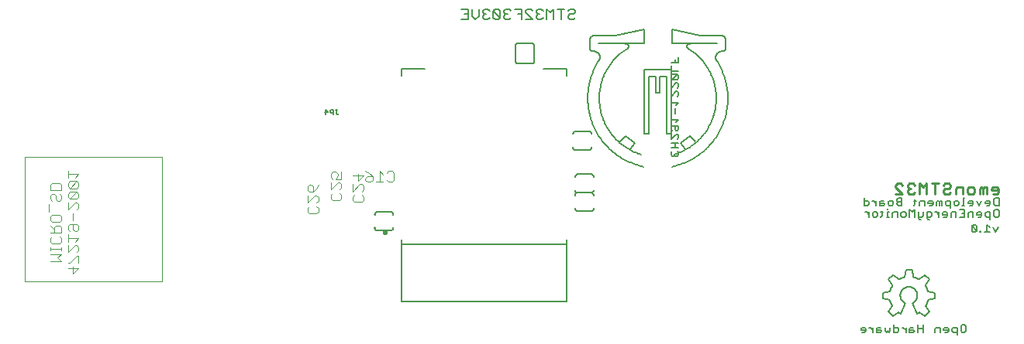
<source format=gbr>
G04 EAGLE Gerber RS-274X export*
G75*
%MOMM*%
%FSLAX34Y34*%
%LPD*%
%INSilkscreen Bottom*%
%IPPOS*%
%AMOC8*
5,1,8,0,0,1.08239X$1,22.5*%
G01*
%ADD10C,0.203200*%
%ADD11C,0.279400*%
%ADD12C,0.152400*%
%ADD13C,0.127000*%
%ADD14C,0.300000*%
%ADD15C,0.101600*%
%ADD16C,0.200000*%
%ADD17C,0.100000*%


D10*
X1144547Y299651D02*
X1147258Y299651D01*
X1148614Y298295D01*
X1148614Y292872D01*
X1147258Y291516D01*
X1144547Y291516D01*
X1143191Y292872D01*
X1143191Y298295D01*
X1144547Y299651D01*
X1139259Y296939D02*
X1139259Y288804D01*
X1139259Y296939D02*
X1135191Y296939D01*
X1133836Y295583D01*
X1133836Y292872D01*
X1135191Y291516D01*
X1139259Y291516D01*
X1128548Y291516D02*
X1125836Y291516D01*
X1128548Y291516D02*
X1129904Y292872D01*
X1129904Y295583D01*
X1128548Y296939D01*
X1125836Y296939D01*
X1124480Y295583D01*
X1124480Y294228D01*
X1129904Y294228D01*
X1120548Y296939D02*
X1120548Y291516D01*
X1120548Y296939D02*
X1116481Y296939D01*
X1115125Y295583D01*
X1115125Y291516D01*
X1111193Y299651D02*
X1105770Y299651D01*
X1111193Y299651D02*
X1111193Y291516D01*
X1105770Y291516D01*
X1108482Y295583D02*
X1111193Y295583D01*
X1101838Y296939D02*
X1101838Y291516D01*
X1101838Y296939D02*
X1097771Y296939D01*
X1096415Y295583D01*
X1096415Y291516D01*
X1091127Y291516D02*
X1088415Y291516D01*
X1091127Y291516D02*
X1092483Y292872D01*
X1092483Y295583D01*
X1091127Y296939D01*
X1088415Y296939D01*
X1087060Y295583D01*
X1087060Y294228D01*
X1092483Y294228D01*
X1083128Y296939D02*
X1083128Y291516D01*
X1083128Y294228D02*
X1080416Y296939D01*
X1079060Y296939D01*
X1072620Y288804D02*
X1071264Y288804D01*
X1069908Y290160D01*
X1069908Y296939D01*
X1073976Y296939D01*
X1075332Y295583D01*
X1075332Y292872D01*
X1073976Y291516D01*
X1069908Y291516D01*
X1065977Y292872D02*
X1065977Y296939D01*
X1065977Y292872D02*
X1064621Y291516D01*
X1060553Y291516D01*
X1060553Y290160D02*
X1060553Y296939D01*
X1060553Y290160D02*
X1061909Y288804D01*
X1063265Y288804D01*
X1056621Y291516D02*
X1056621Y299651D01*
X1053910Y296939D01*
X1051198Y299651D01*
X1051198Y291516D01*
X1045910Y291516D02*
X1043199Y291516D01*
X1041843Y292872D01*
X1041843Y295583D01*
X1043199Y296939D01*
X1045910Y296939D01*
X1047266Y295583D01*
X1047266Y292872D01*
X1045910Y291516D01*
X1037911Y291516D02*
X1037911Y296939D01*
X1033844Y296939D01*
X1032488Y295583D01*
X1032488Y291516D01*
X1028556Y296939D02*
X1027200Y296939D01*
X1027200Y291516D01*
X1028556Y291516D02*
X1025844Y291516D01*
X1027200Y299651D02*
X1027200Y301007D01*
X1020963Y298295D02*
X1020963Y292872D01*
X1019607Y291516D01*
X1019607Y296939D02*
X1022319Y296939D01*
X1014726Y291516D02*
X1012015Y291516D01*
X1010659Y292872D01*
X1010659Y295583D01*
X1012015Y296939D01*
X1014726Y296939D01*
X1016082Y295583D01*
X1016082Y292872D01*
X1014726Y291516D01*
X1006727Y291516D02*
X1006727Y296939D01*
X1006727Y294228D02*
X1004015Y296939D01*
X1002660Y296939D01*
X1148614Y304016D02*
X1148614Y312151D01*
X1148614Y304016D02*
X1144547Y304016D01*
X1143191Y305372D01*
X1143191Y310795D01*
X1144547Y312151D01*
X1148614Y312151D01*
X1137903Y304016D02*
X1135191Y304016D01*
X1137903Y304016D02*
X1139259Y305372D01*
X1139259Y308083D01*
X1137903Y309439D01*
X1135191Y309439D01*
X1133836Y308083D01*
X1133836Y306728D01*
X1139259Y306728D01*
X1129904Y309439D02*
X1127192Y304016D01*
X1124480Y309439D01*
X1119193Y304016D02*
X1116481Y304016D01*
X1119193Y304016D02*
X1120548Y305372D01*
X1120548Y308083D01*
X1119193Y309439D01*
X1116481Y309439D01*
X1115125Y308083D01*
X1115125Y306728D01*
X1120548Y306728D01*
X1111193Y312151D02*
X1109837Y312151D01*
X1109837Y304016D01*
X1108482Y304016D02*
X1111193Y304016D01*
X1103601Y304016D02*
X1100889Y304016D01*
X1099533Y305372D01*
X1099533Y308083D01*
X1100889Y309439D01*
X1103601Y309439D01*
X1104956Y308083D01*
X1104956Y305372D01*
X1103601Y304016D01*
X1095601Y301304D02*
X1095601Y309439D01*
X1091534Y309439D01*
X1090178Y308083D01*
X1090178Y305372D01*
X1091534Y304016D01*
X1095601Y304016D01*
X1086246Y304016D02*
X1086246Y309439D01*
X1084890Y309439D01*
X1083534Y308083D01*
X1083534Y304016D01*
X1083534Y308083D02*
X1082179Y309439D01*
X1080823Y308083D01*
X1080823Y304016D01*
X1075535Y304016D02*
X1072823Y304016D01*
X1075535Y304016D02*
X1076891Y305372D01*
X1076891Y308083D01*
X1075535Y309439D01*
X1072823Y309439D01*
X1071468Y308083D01*
X1071468Y306728D01*
X1076891Y306728D01*
X1067536Y309439D02*
X1067536Y304016D01*
X1067536Y309439D02*
X1063468Y309439D01*
X1062112Y308083D01*
X1062112Y304016D01*
X1056825Y305372D02*
X1056825Y310795D01*
X1056825Y305372D02*
X1055469Y304016D01*
X1055469Y309439D02*
X1058181Y309439D01*
X1042589Y312151D02*
X1042589Y304016D01*
X1042589Y312151D02*
X1038521Y312151D01*
X1037165Y310795D01*
X1037165Y309439D01*
X1038521Y308083D01*
X1037165Y306728D01*
X1037165Y305372D01*
X1038521Y304016D01*
X1042589Y304016D01*
X1042589Y308083D02*
X1038521Y308083D01*
X1031878Y304016D02*
X1029166Y304016D01*
X1027810Y305372D01*
X1027810Y308083D01*
X1029166Y309439D01*
X1031878Y309439D01*
X1033233Y308083D01*
X1033233Y305372D01*
X1031878Y304016D01*
X1022522Y309439D02*
X1019811Y309439D01*
X1018455Y308083D01*
X1018455Y304016D01*
X1022522Y304016D01*
X1023878Y305372D01*
X1022522Y306728D01*
X1018455Y306728D01*
X1014523Y309439D02*
X1014523Y304016D01*
X1014523Y306728D02*
X1011811Y309439D01*
X1010456Y309439D01*
X1001304Y312151D02*
X1001304Y304016D01*
X1005371Y304016D01*
X1006727Y305372D01*
X1006727Y308083D01*
X1005371Y309439D01*
X1001304Y309439D01*
D11*
X1142513Y316897D02*
X1146326Y316897D01*
X1148233Y318804D01*
X1148233Y322617D01*
X1146326Y324524D01*
X1142513Y324524D01*
X1140607Y322617D01*
X1140607Y320710D01*
X1148233Y320710D01*
X1135136Y316897D02*
X1135136Y324524D01*
X1133229Y324524D01*
X1131323Y322617D01*
X1131323Y316897D01*
X1131323Y322617D02*
X1129416Y324524D01*
X1127509Y322617D01*
X1127509Y316897D01*
X1120132Y316897D02*
X1116319Y316897D01*
X1114412Y318804D01*
X1114412Y322617D01*
X1116319Y324524D01*
X1120132Y324524D01*
X1122039Y322617D01*
X1122039Y318804D01*
X1120132Y316897D01*
X1108941Y316897D02*
X1108941Y324524D01*
X1103221Y324524D01*
X1101315Y322617D01*
X1101315Y316897D01*
X1090124Y328337D02*
X1088218Y326430D01*
X1090124Y328337D02*
X1093937Y328337D01*
X1095844Y326430D01*
X1095844Y324524D01*
X1093937Y322617D01*
X1090124Y322617D01*
X1088218Y320710D01*
X1088218Y318804D01*
X1090124Y316897D01*
X1093937Y316897D01*
X1095844Y318804D01*
X1078934Y316897D02*
X1078934Y328337D01*
X1082747Y328337D02*
X1075120Y328337D01*
X1069650Y328337D02*
X1069650Y316897D01*
X1065836Y324524D02*
X1069650Y328337D01*
X1065836Y324524D02*
X1062023Y328337D01*
X1062023Y316897D01*
X1056552Y326430D02*
X1054646Y328337D01*
X1050832Y328337D01*
X1048926Y326430D01*
X1048926Y324524D01*
X1050832Y322617D01*
X1052739Y322617D01*
X1050832Y322617D02*
X1048926Y320710D01*
X1048926Y318804D01*
X1050832Y316897D01*
X1054646Y316897D01*
X1056552Y318804D01*
X1043455Y316897D02*
X1035829Y316897D01*
X1043455Y316897D02*
X1035829Y324524D01*
X1035829Y326430D01*
X1037735Y328337D01*
X1041548Y328337D01*
X1043455Y326430D01*
D10*
X1145082Y275112D02*
X1147794Y280535D01*
X1142371Y280535D02*
X1145082Y275112D01*
X1138439Y280535D02*
X1135727Y283247D01*
X1135727Y275112D01*
X1133016Y275112D02*
X1138439Y275112D01*
X1129084Y275112D02*
X1129084Y276468D01*
X1127728Y276468D01*
X1127728Y275112D01*
X1129084Y275112D01*
X1124406Y276468D02*
X1124406Y281891D01*
X1123050Y283247D01*
X1120339Y283247D01*
X1118983Y281891D01*
X1118983Y276468D01*
X1120339Y275112D01*
X1123050Y275112D01*
X1124406Y276468D01*
X1118983Y281891D01*
X1111160Y173314D02*
X1108448Y173314D01*
X1111160Y173314D02*
X1112516Y171958D01*
X1112516Y166535D01*
X1111160Y165179D01*
X1108448Y165179D01*
X1107092Y166535D01*
X1107092Y171958D01*
X1108448Y173314D01*
X1103160Y170602D02*
X1103160Y162467D01*
X1103160Y170602D02*
X1099093Y170602D01*
X1097737Y169246D01*
X1097737Y166535D01*
X1099093Y165179D01*
X1103160Y165179D01*
X1092449Y165179D02*
X1089738Y165179D01*
X1092449Y165179D02*
X1093805Y166535D01*
X1093805Y169246D01*
X1092449Y170602D01*
X1089738Y170602D01*
X1088382Y169246D01*
X1088382Y167891D01*
X1093805Y167891D01*
X1084450Y170602D02*
X1084450Y165179D01*
X1084450Y170602D02*
X1080383Y170602D01*
X1079027Y169246D01*
X1079027Y165179D01*
X1065740Y165179D02*
X1065740Y173314D01*
X1065740Y169246D02*
X1060316Y169246D01*
X1060316Y165179D02*
X1060316Y173314D01*
X1055029Y170602D02*
X1052317Y170602D01*
X1050961Y169246D01*
X1050961Y165179D01*
X1055029Y165179D01*
X1056385Y166535D01*
X1055029Y167891D01*
X1050961Y167891D01*
X1047029Y170602D02*
X1047029Y165179D01*
X1047029Y167891D02*
X1044318Y170602D01*
X1042962Y170602D01*
X1033810Y173314D02*
X1033810Y165179D01*
X1037878Y165179D01*
X1039233Y166535D01*
X1039233Y169246D01*
X1037878Y170602D01*
X1033810Y170602D01*
X1029878Y170602D02*
X1029878Y166535D01*
X1028522Y165179D01*
X1027167Y166535D01*
X1025811Y165179D01*
X1024455Y166535D01*
X1024455Y170602D01*
X1019167Y170602D02*
X1016456Y170602D01*
X1015100Y169246D01*
X1015100Y165179D01*
X1019167Y165179D01*
X1020523Y166535D01*
X1019167Y167891D01*
X1015100Y167891D01*
X1011168Y170602D02*
X1011168Y165179D01*
X1011168Y167891D02*
X1008456Y170602D01*
X1007100Y170602D01*
X1002016Y165179D02*
X999304Y165179D01*
X1002016Y165179D02*
X1003372Y166535D01*
X1003372Y169246D01*
X1002016Y170602D01*
X999304Y170602D01*
X997949Y169246D01*
X997949Y167891D01*
X1003372Y167891D01*
X798854Y362206D02*
X797498Y363562D01*
X798854Y362206D02*
X798854Y359495D01*
X797498Y358139D01*
X792075Y358139D01*
X790719Y359495D01*
X790719Y362206D01*
X792075Y363562D01*
X790719Y367494D02*
X798854Y367494D01*
X794787Y367494D02*
X794787Y372917D01*
X798854Y372917D02*
X790719Y372917D01*
X790719Y376849D02*
X790719Y382273D01*
X790719Y376849D02*
X796143Y382273D01*
X797498Y382273D01*
X798854Y380917D01*
X798854Y378205D01*
X797498Y376849D01*
X792075Y386205D02*
X790719Y387560D01*
X790719Y390272D01*
X792075Y391628D01*
X797498Y391628D01*
X798854Y390272D01*
X798854Y387560D01*
X797498Y386205D01*
X796143Y386205D01*
X794787Y387560D01*
X794787Y391628D01*
X796143Y395560D02*
X798854Y398271D01*
X790719Y398271D01*
X790719Y395560D02*
X790719Y400983D01*
X794787Y404915D02*
X794787Y410338D01*
X796143Y414270D02*
X798854Y416982D01*
X790719Y416982D01*
X790719Y419693D02*
X790719Y414270D01*
X790719Y423625D02*
X790719Y429049D01*
X790719Y423625D02*
X796143Y429049D01*
X797498Y429049D01*
X798854Y427693D01*
X798854Y424981D01*
X797498Y423625D01*
X790719Y432980D02*
X790719Y438404D01*
X790719Y432980D02*
X796143Y438404D01*
X797498Y438404D01*
X798854Y437048D01*
X798854Y434336D01*
X797498Y432980D01*
X797498Y442336D02*
X792075Y442336D01*
X797498Y442336D02*
X798854Y443691D01*
X798854Y446403D01*
X797498Y447759D01*
X792075Y447759D01*
X790719Y446403D01*
X790719Y443691D01*
X792075Y442336D01*
X797498Y447759D01*
X798854Y451691D02*
X790719Y451691D01*
X790719Y457114D01*
X790719Y461046D02*
X798854Y461046D01*
X798854Y466469D01*
X794787Y463758D02*
X794787Y461046D01*
D12*
X1054349Y197288D02*
X1059429Y185858D01*
X1061969Y187382D01*
X1068065Y183064D01*
X1072637Y187890D01*
X1068573Y193986D01*
X1071113Y200844D02*
X1078733Y202114D01*
X1078733Y208718D01*
X1071113Y210242D01*
X1068319Y216592D02*
X1072891Y223196D01*
X1068065Y227768D01*
X1061461Y223196D01*
X1055111Y225736D02*
X1053841Y233864D01*
X1046983Y233864D01*
X1045713Y225736D01*
X1039363Y223196D02*
X1032759Y227768D01*
X1027933Y223196D01*
X1032505Y216592D01*
X1029711Y210242D02*
X1022091Y208718D01*
X1022091Y202114D01*
X1029711Y200844D01*
X1032251Y193986D02*
X1027933Y187890D01*
X1032759Y183064D01*
X1038855Y187382D01*
X1041395Y185858D01*
X1046221Y197288D01*
X1046221Y197542D02*
X1046017Y197644D01*
X1045816Y197751D01*
X1045618Y197863D01*
X1045422Y197979D01*
X1045229Y198101D01*
X1045039Y198226D01*
X1044853Y198357D01*
X1044669Y198492D01*
X1044489Y198632D01*
X1044313Y198776D01*
X1044140Y198924D01*
X1043970Y199076D01*
X1043805Y199233D01*
X1043643Y199393D01*
X1043485Y199557D01*
X1043332Y199726D01*
X1043182Y199898D01*
X1043037Y200073D01*
X1042896Y200252D01*
X1042759Y200434D01*
X1042627Y200620D01*
X1042500Y200809D01*
X1042377Y201001D01*
X1042259Y201196D01*
X1042146Y201393D01*
X1042038Y201594D01*
X1041934Y201797D01*
X1041836Y202002D01*
X1041742Y202210D01*
X1041654Y202420D01*
X1041571Y202632D01*
X1041493Y202846D01*
X1041421Y203062D01*
X1041353Y203280D01*
X1041291Y203499D01*
X1041235Y203719D01*
X1041183Y203941D01*
X1041138Y204165D01*
X1041097Y204389D01*
X1041063Y204614D01*
X1041033Y204840D01*
X1041010Y205066D01*
X1040991Y205293D01*
X1040979Y205521D01*
X1040972Y205749D01*
X1040970Y205976D01*
X1040974Y206204D01*
X1040984Y206432D01*
X1040999Y206659D01*
X1041020Y206886D01*
X1041046Y207112D01*
X1041078Y207338D01*
X1041115Y207562D01*
X1041158Y207786D01*
X1041206Y208009D01*
X1041260Y208230D01*
X1041319Y208450D01*
X1041384Y208669D01*
X1041453Y208886D01*
X1041528Y209101D01*
X1041609Y209314D01*
X1041694Y209525D01*
X1041785Y209734D01*
X1041881Y209941D01*
X1041981Y210145D01*
X1042087Y210347D01*
X1042198Y210546D01*
X1042313Y210742D01*
X1042433Y210936D01*
X1042558Y211126D01*
X1042688Y211314D01*
X1042822Y211498D01*
X1042960Y211679D01*
X1043103Y211856D01*
X1043250Y212030D01*
X1043402Y212200D01*
X1043557Y212367D01*
X1043717Y212529D01*
X1043880Y212688D01*
X1044048Y212842D01*
X1044219Y212993D01*
X1044393Y213139D01*
X1044572Y213281D01*
X1044753Y213419D01*
X1044938Y213552D01*
X1045126Y213680D01*
X1045317Y213804D01*
X1045512Y213923D01*
X1045709Y214037D01*
X1045908Y214147D01*
X1046111Y214251D01*
X1046316Y214351D01*
X1046523Y214445D01*
X1046732Y214535D01*
X1046944Y214619D01*
X1047158Y214698D01*
X1047373Y214772D01*
X1047590Y214841D01*
X1047809Y214904D01*
X1048030Y214962D01*
X1048251Y215014D01*
X1048474Y215061D01*
X1048698Y215103D01*
X1048923Y215139D01*
X1049149Y215169D01*
X1049375Y215194D01*
X1049602Y215214D01*
X1049830Y215228D01*
X1050057Y215236D01*
X1050285Y215239D01*
X1050513Y215236D01*
X1050740Y215228D01*
X1050968Y215214D01*
X1051195Y215194D01*
X1051421Y215169D01*
X1051647Y215139D01*
X1051872Y215103D01*
X1052096Y215061D01*
X1052319Y215014D01*
X1052540Y214962D01*
X1052761Y214904D01*
X1052980Y214841D01*
X1053197Y214772D01*
X1053412Y214698D01*
X1053626Y214619D01*
X1053838Y214535D01*
X1054047Y214445D01*
X1054254Y214351D01*
X1054459Y214251D01*
X1054662Y214147D01*
X1054861Y214037D01*
X1055058Y213923D01*
X1055253Y213804D01*
X1055444Y213680D01*
X1055632Y213552D01*
X1055817Y213419D01*
X1055998Y213281D01*
X1056177Y213139D01*
X1056351Y212993D01*
X1056522Y212842D01*
X1056690Y212688D01*
X1056853Y212529D01*
X1057013Y212367D01*
X1057168Y212200D01*
X1057320Y212030D01*
X1057467Y211856D01*
X1057610Y211679D01*
X1057748Y211498D01*
X1057882Y211314D01*
X1058012Y211126D01*
X1058137Y210936D01*
X1058257Y210742D01*
X1058372Y210546D01*
X1058483Y210347D01*
X1058589Y210145D01*
X1058689Y209941D01*
X1058785Y209734D01*
X1058876Y209525D01*
X1058961Y209314D01*
X1059042Y209101D01*
X1059117Y208886D01*
X1059186Y208669D01*
X1059251Y208450D01*
X1059310Y208230D01*
X1059364Y208009D01*
X1059412Y207786D01*
X1059455Y207562D01*
X1059492Y207338D01*
X1059524Y207112D01*
X1059550Y206886D01*
X1059571Y206659D01*
X1059586Y206432D01*
X1059596Y206204D01*
X1059600Y205976D01*
X1059598Y205749D01*
X1059591Y205521D01*
X1059579Y205293D01*
X1059560Y205066D01*
X1059537Y204840D01*
X1059507Y204614D01*
X1059473Y204389D01*
X1059432Y204165D01*
X1059387Y203941D01*
X1059335Y203719D01*
X1059279Y203499D01*
X1059217Y203280D01*
X1059149Y203062D01*
X1059077Y202846D01*
X1058999Y202632D01*
X1058916Y202420D01*
X1058828Y202210D01*
X1058734Y202002D01*
X1058636Y201797D01*
X1058532Y201594D01*
X1058424Y201393D01*
X1058311Y201196D01*
X1058193Y201001D01*
X1058070Y200809D01*
X1057943Y200620D01*
X1057811Y200434D01*
X1057674Y200252D01*
X1057533Y200073D01*
X1057388Y199898D01*
X1057238Y199726D01*
X1057085Y199557D01*
X1056927Y199393D01*
X1056765Y199233D01*
X1056600Y199076D01*
X1056430Y198924D01*
X1056257Y198776D01*
X1056081Y198632D01*
X1055901Y198492D01*
X1055717Y198357D01*
X1055531Y198226D01*
X1055341Y198101D01*
X1055148Y197979D01*
X1054952Y197863D01*
X1054754Y197751D01*
X1054553Y197644D01*
X1054349Y197542D01*
X1068488Y194068D02*
X1068750Y194516D01*
X1069000Y194970D01*
X1069240Y195430D01*
X1069468Y195896D01*
X1069684Y196367D01*
X1069889Y196843D01*
X1070082Y197324D01*
X1070263Y197810D01*
X1070433Y198300D01*
X1070590Y198794D01*
X1070735Y199292D01*
X1070868Y199793D01*
X1070988Y200297D01*
X1071096Y200805D01*
X1070954Y210244D02*
X1070832Y210713D01*
X1070699Y211179D01*
X1070555Y211642D01*
X1070401Y212101D01*
X1070236Y212557D01*
X1070061Y213009D01*
X1069875Y213457D01*
X1069680Y213900D01*
X1069474Y214339D01*
X1069258Y214773D01*
X1069033Y215202D01*
X1068797Y215626D01*
X1068552Y216044D01*
X1068298Y216457D01*
X1061373Y223287D02*
X1060936Y223543D01*
X1060493Y223788D01*
X1060044Y224023D01*
X1059590Y224246D01*
X1059131Y224459D01*
X1058667Y224660D01*
X1058198Y224851D01*
X1057724Y225030D01*
X1057247Y225198D01*
X1056765Y225354D01*
X1056280Y225499D01*
X1055792Y225632D01*
X1055300Y225753D01*
X1045578Y225800D02*
X1045103Y225685D01*
X1044631Y225560D01*
X1044162Y225424D01*
X1043696Y225277D01*
X1043234Y225120D01*
X1042775Y224952D01*
X1042320Y224774D01*
X1041870Y224585D01*
X1041424Y224385D01*
X1040983Y224176D01*
X1040546Y223957D01*
X1040115Y223727D01*
X1039689Y223488D01*
X1039269Y223239D01*
X1032534Y216551D02*
X1032265Y216136D01*
X1032006Y215713D01*
X1031758Y215285D01*
X1031520Y214851D01*
X1031292Y214411D01*
X1031075Y213966D01*
X1030869Y213515D01*
X1030673Y213060D01*
X1030489Y212601D01*
X1030316Y212137D01*
X1030154Y211669D01*
X1030003Y211197D01*
X1029864Y210722D01*
X1029736Y210243D01*
X1029688Y200756D02*
X1029782Y200279D01*
X1029887Y199805D01*
X1030004Y199333D01*
X1030132Y198865D01*
X1030271Y198399D01*
X1030421Y197937D01*
X1030582Y197478D01*
X1030753Y197024D01*
X1030936Y196573D01*
X1031129Y196127D01*
X1031332Y195686D01*
X1031546Y195250D01*
X1031770Y194819D01*
X1032004Y194393D01*
X1032249Y193973D01*
D13*
X680171Y519394D02*
X678264Y517487D01*
X680171Y519394D02*
X683984Y519394D01*
X685890Y517487D01*
X685890Y515580D01*
X683984Y513674D01*
X680171Y513674D01*
X678264Y511767D01*
X678264Y509861D01*
X680171Y507954D01*
X683984Y507954D01*
X685890Y509861D01*
X670383Y507954D02*
X670383Y519394D01*
X674196Y519394D02*
X666570Y519394D01*
X662503Y519394D02*
X662503Y507954D01*
X658689Y515580D02*
X662503Y519394D01*
X658689Y515580D02*
X654876Y519394D01*
X654876Y507954D01*
X650809Y517487D02*
X648902Y519394D01*
X645089Y519394D01*
X643182Y517487D01*
X643182Y515580D01*
X645089Y513674D01*
X646995Y513674D01*
X645089Y513674D02*
X643182Y511767D01*
X643182Y509861D01*
X645089Y507954D01*
X648902Y507954D01*
X650809Y509861D01*
X639115Y507954D02*
X631488Y507954D01*
X631488Y515580D02*
X639115Y507954D01*
X631488Y515580D02*
X631488Y517487D01*
X633395Y519394D01*
X637208Y519394D01*
X639115Y517487D01*
X627421Y519394D02*
X627421Y507954D01*
X627421Y519394D02*
X619794Y519394D01*
X623607Y513674D02*
X627421Y513674D01*
X615727Y517487D02*
X613820Y519394D01*
X610007Y519394D01*
X608100Y517487D01*
X608100Y515580D01*
X610007Y513674D01*
X611913Y513674D01*
X610007Y513674D02*
X608100Y511767D01*
X608100Y509861D01*
X610007Y507954D01*
X613820Y507954D01*
X615727Y509861D01*
X604033Y509861D02*
X604033Y517487D01*
X602126Y519394D01*
X598313Y519394D01*
X596406Y517487D01*
X596406Y509861D01*
X598313Y507954D01*
X602126Y507954D01*
X604033Y509861D01*
X596406Y517487D01*
X592339Y517487D02*
X590432Y519394D01*
X586619Y519394D01*
X584712Y517487D01*
X584712Y515580D01*
X586619Y513674D01*
X588525Y513674D01*
X586619Y513674D02*
X584712Y511767D01*
X584712Y509861D01*
X586619Y507954D01*
X590432Y507954D01*
X592339Y509861D01*
X580645Y511767D02*
X580645Y519394D01*
X580645Y511767D02*
X576831Y507954D01*
X573018Y511767D01*
X573018Y519394D01*
X568951Y519394D02*
X561324Y519394D01*
X568951Y519394D02*
X568951Y507954D01*
X561324Y507954D01*
X565138Y513674D02*
X568951Y513674D01*
D14*
X477490Y274145D02*
X477492Y274208D01*
X477498Y274270D01*
X477508Y274332D01*
X477521Y274394D01*
X477539Y274454D01*
X477560Y274513D01*
X477585Y274571D01*
X477614Y274627D01*
X477646Y274681D01*
X477681Y274733D01*
X477719Y274782D01*
X477761Y274830D01*
X477805Y274874D01*
X477853Y274916D01*
X477902Y274954D01*
X477954Y274989D01*
X478008Y275021D01*
X478064Y275050D01*
X478122Y275075D01*
X478181Y275096D01*
X478241Y275114D01*
X478303Y275127D01*
X478365Y275137D01*
X478427Y275143D01*
X478490Y275145D01*
X478553Y275143D01*
X478615Y275137D01*
X478677Y275127D01*
X478739Y275114D01*
X478799Y275096D01*
X478858Y275075D01*
X478916Y275050D01*
X478972Y275021D01*
X479026Y274989D01*
X479078Y274954D01*
X479127Y274916D01*
X479175Y274874D01*
X479219Y274830D01*
X479261Y274782D01*
X479299Y274733D01*
X479334Y274681D01*
X479366Y274627D01*
X479395Y274571D01*
X479420Y274513D01*
X479441Y274454D01*
X479459Y274394D01*
X479472Y274332D01*
X479482Y274270D01*
X479488Y274208D01*
X479490Y274145D01*
X479488Y274082D01*
X479482Y274020D01*
X479472Y273958D01*
X479459Y273896D01*
X479441Y273836D01*
X479420Y273777D01*
X479395Y273719D01*
X479366Y273663D01*
X479334Y273609D01*
X479299Y273557D01*
X479261Y273508D01*
X479219Y273460D01*
X479175Y273416D01*
X479127Y273374D01*
X479078Y273336D01*
X479026Y273301D01*
X478972Y273269D01*
X478916Y273240D01*
X478858Y273215D01*
X478799Y273194D01*
X478739Y273176D01*
X478677Y273163D01*
X478615Y273153D01*
X478553Y273147D01*
X478490Y273145D01*
X478427Y273147D01*
X478365Y273153D01*
X478303Y273163D01*
X478241Y273176D01*
X478181Y273194D01*
X478122Y273215D01*
X478064Y273240D01*
X478008Y273269D01*
X477954Y273301D01*
X477902Y273336D01*
X477853Y273374D01*
X477805Y273416D01*
X477761Y273460D01*
X477719Y273508D01*
X477681Y273557D01*
X477646Y273609D01*
X477614Y273663D01*
X477585Y273719D01*
X477560Y273777D01*
X477539Y273836D01*
X477521Y273896D01*
X477508Y273958D01*
X477498Y274020D01*
X477492Y274082D01*
X477490Y274145D01*
D13*
X496260Y266525D02*
X496260Y199025D01*
X676260Y199025D01*
X676260Y266525D01*
X496260Y446525D02*
X496260Y454025D01*
X521260Y454025D01*
X651260Y454025D02*
X676260Y454025D01*
X676260Y446525D01*
X675860Y262025D02*
X496660Y262025D01*
D15*
X480114Y339855D02*
X482063Y341804D01*
X485961Y341804D01*
X487910Y339855D01*
X487910Y332059D01*
X485961Y330110D01*
X482063Y330110D01*
X480114Y332059D01*
X476216Y337906D02*
X472318Y341804D01*
X472318Y330110D01*
X476216Y330110D02*
X468420Y330110D01*
X460624Y339855D02*
X456726Y341804D01*
X460624Y339855D02*
X464522Y335957D01*
X464522Y332059D01*
X462573Y330110D01*
X458675Y330110D01*
X456726Y332059D01*
X456726Y334008D01*
X458675Y335957D01*
X464522Y335957D01*
D12*
X620867Y462291D02*
X620867Y479563D01*
X638647Y482103D02*
X638747Y482101D01*
X638846Y482095D01*
X638946Y482085D01*
X639044Y482072D01*
X639143Y482054D01*
X639240Y482033D01*
X639336Y482008D01*
X639432Y481979D01*
X639526Y481946D01*
X639619Y481910D01*
X639710Y481870D01*
X639800Y481826D01*
X639888Y481779D01*
X639974Y481729D01*
X640058Y481675D01*
X640140Y481618D01*
X640219Y481558D01*
X640297Y481494D01*
X640371Y481428D01*
X640443Y481359D01*
X640512Y481287D01*
X640578Y481213D01*
X640642Y481135D01*
X640702Y481056D01*
X640759Y480974D01*
X640813Y480890D01*
X640863Y480804D01*
X640910Y480716D01*
X640954Y480626D01*
X640994Y480535D01*
X641030Y480442D01*
X641063Y480348D01*
X641092Y480252D01*
X641117Y480156D01*
X641138Y480059D01*
X641156Y479960D01*
X641169Y479862D01*
X641179Y479762D01*
X641185Y479663D01*
X641187Y479563D01*
X641187Y462291D02*
X641185Y462191D01*
X641179Y462092D01*
X641169Y461992D01*
X641156Y461894D01*
X641138Y461795D01*
X641117Y461698D01*
X641092Y461602D01*
X641063Y461506D01*
X641030Y461412D01*
X640994Y461319D01*
X640954Y461228D01*
X640910Y461138D01*
X640863Y461050D01*
X640813Y460964D01*
X640759Y460880D01*
X640702Y460798D01*
X640642Y460719D01*
X640578Y460641D01*
X640512Y460567D01*
X640443Y460495D01*
X640371Y460426D01*
X640297Y460360D01*
X640219Y460296D01*
X640140Y460236D01*
X640058Y460179D01*
X639974Y460125D01*
X639888Y460075D01*
X639800Y460028D01*
X639710Y459984D01*
X639619Y459944D01*
X639526Y459908D01*
X639432Y459875D01*
X639336Y459846D01*
X639240Y459821D01*
X639143Y459800D01*
X639044Y459782D01*
X638946Y459769D01*
X638846Y459759D01*
X638747Y459753D01*
X638647Y459751D01*
X623407Y459751D02*
X623307Y459753D01*
X623208Y459759D01*
X623108Y459769D01*
X623010Y459782D01*
X622911Y459800D01*
X622814Y459821D01*
X622718Y459846D01*
X622622Y459875D01*
X622528Y459908D01*
X622435Y459944D01*
X622344Y459984D01*
X622254Y460028D01*
X622166Y460075D01*
X622080Y460125D01*
X621996Y460179D01*
X621914Y460236D01*
X621835Y460296D01*
X621757Y460360D01*
X621683Y460426D01*
X621611Y460495D01*
X621542Y460567D01*
X621476Y460641D01*
X621412Y460719D01*
X621352Y460798D01*
X621295Y460880D01*
X621241Y460964D01*
X621191Y461050D01*
X621144Y461138D01*
X621100Y461228D01*
X621060Y461319D01*
X621024Y461412D01*
X620991Y461506D01*
X620962Y461602D01*
X620937Y461698D01*
X620916Y461795D01*
X620898Y461894D01*
X620885Y461992D01*
X620875Y462092D01*
X620869Y462191D01*
X620867Y462291D01*
X620867Y479563D02*
X620869Y479663D01*
X620875Y479762D01*
X620885Y479862D01*
X620898Y479960D01*
X620916Y480059D01*
X620937Y480156D01*
X620962Y480252D01*
X620991Y480348D01*
X621024Y480442D01*
X621060Y480535D01*
X621100Y480626D01*
X621144Y480716D01*
X621191Y480804D01*
X621241Y480890D01*
X621295Y480974D01*
X621352Y481056D01*
X621412Y481135D01*
X621476Y481213D01*
X621542Y481287D01*
X621611Y481359D01*
X621683Y481428D01*
X621757Y481494D01*
X621835Y481558D01*
X621914Y481618D01*
X621996Y481675D01*
X622080Y481729D01*
X622166Y481779D01*
X622254Y481826D01*
X622344Y481870D01*
X622435Y481910D01*
X622528Y481946D01*
X622622Y481979D01*
X622718Y482008D01*
X622814Y482033D01*
X622911Y482054D01*
X623010Y482072D01*
X623108Y482085D01*
X623208Y482095D01*
X623307Y482101D01*
X623407Y482103D01*
X638647Y482103D01*
X638647Y459751D02*
X623407Y459751D01*
X641187Y462291D02*
X641187Y479563D01*
D10*
X687902Y298392D02*
X703902Y298392D01*
X685902Y315392D02*
X685884Y315490D01*
X685870Y315590D01*
X685860Y315689D01*
X685854Y315789D01*
X685852Y315889D01*
X685854Y315989D01*
X685860Y316089D01*
X685869Y316189D01*
X685883Y316288D01*
X685900Y316387D01*
X685922Y316485D01*
X685947Y316582D01*
X685976Y316677D01*
X686009Y316772D01*
X686045Y316865D01*
X686085Y316957D01*
X686129Y317047D01*
X686176Y317136D01*
X686226Y317222D01*
X686280Y317306D01*
X686337Y317389D01*
X686398Y317469D01*
X686461Y317546D01*
X686528Y317621D01*
X686597Y317693D01*
X686669Y317763D01*
X686744Y317829D01*
X686821Y317893D01*
X686901Y317953D01*
X686983Y318011D01*
X687067Y318065D01*
X687154Y318116D01*
X687242Y318163D01*
X687332Y318207D01*
X687424Y318247D01*
X687517Y318283D01*
X687611Y318316D01*
X687707Y318346D01*
X687804Y318371D01*
X687902Y318392D01*
X703902Y318392D02*
X704000Y318371D01*
X704097Y318346D01*
X704193Y318316D01*
X704287Y318283D01*
X704380Y318247D01*
X704472Y318207D01*
X704562Y318163D01*
X704650Y318116D01*
X704737Y318065D01*
X704821Y318011D01*
X704903Y317953D01*
X704983Y317893D01*
X705060Y317829D01*
X705135Y317763D01*
X705207Y317693D01*
X705276Y317621D01*
X705343Y317546D01*
X705406Y317469D01*
X705467Y317389D01*
X705524Y317306D01*
X705578Y317222D01*
X705628Y317136D01*
X705675Y317047D01*
X705719Y316957D01*
X705759Y316865D01*
X705795Y316772D01*
X705828Y316677D01*
X705857Y316582D01*
X705882Y316485D01*
X705904Y316387D01*
X705921Y316288D01*
X705935Y316189D01*
X705944Y316089D01*
X705950Y315989D01*
X705952Y315889D01*
X705950Y315789D01*
X705944Y315689D01*
X705934Y315590D01*
X705920Y315490D01*
X705902Y315392D01*
X705902Y301392D02*
X705920Y301294D01*
X705934Y301194D01*
X705944Y301095D01*
X705950Y300995D01*
X705952Y300895D01*
X705950Y300795D01*
X705944Y300695D01*
X705935Y300595D01*
X705921Y300496D01*
X705904Y300397D01*
X705882Y300299D01*
X705857Y300202D01*
X705828Y300107D01*
X705795Y300012D01*
X705759Y299919D01*
X705719Y299827D01*
X705675Y299737D01*
X705628Y299648D01*
X705578Y299562D01*
X705524Y299478D01*
X705467Y299395D01*
X705406Y299315D01*
X705343Y299238D01*
X705276Y299163D01*
X705207Y299091D01*
X705135Y299021D01*
X705060Y298955D01*
X704983Y298891D01*
X704903Y298831D01*
X704821Y298773D01*
X704737Y298719D01*
X704650Y298668D01*
X704562Y298621D01*
X704472Y298577D01*
X704380Y298537D01*
X704287Y298501D01*
X704193Y298468D01*
X704097Y298438D01*
X704000Y298413D01*
X703902Y298392D01*
X687902Y298392D02*
X687804Y298413D01*
X687707Y298438D01*
X687611Y298468D01*
X687517Y298501D01*
X687424Y298537D01*
X687332Y298577D01*
X687242Y298621D01*
X687154Y298668D01*
X687067Y298719D01*
X686983Y298773D01*
X686901Y298831D01*
X686821Y298891D01*
X686744Y298955D01*
X686669Y299021D01*
X686597Y299091D01*
X686528Y299163D01*
X686461Y299238D01*
X686398Y299315D01*
X686337Y299395D01*
X686280Y299478D01*
X686226Y299562D01*
X686176Y299648D01*
X686129Y299737D01*
X686085Y299827D01*
X686045Y299919D01*
X686009Y300012D01*
X685976Y300107D01*
X685947Y300202D01*
X685922Y300299D01*
X685900Y300397D01*
X685883Y300496D01*
X685869Y300595D01*
X685860Y300695D01*
X685854Y300795D01*
X685852Y300895D01*
X685854Y300995D01*
X685860Y301095D01*
X685870Y301194D01*
X685884Y301294D01*
X685902Y301392D01*
X687902Y318392D02*
X703902Y318392D01*
X703906Y318383D02*
X687906Y318383D01*
X685906Y335383D02*
X685888Y335481D01*
X685874Y335581D01*
X685864Y335680D01*
X685858Y335780D01*
X685856Y335880D01*
X685858Y335980D01*
X685864Y336080D01*
X685873Y336180D01*
X685887Y336279D01*
X685904Y336378D01*
X685926Y336476D01*
X685951Y336573D01*
X685980Y336668D01*
X686013Y336763D01*
X686049Y336856D01*
X686089Y336948D01*
X686133Y337038D01*
X686180Y337127D01*
X686230Y337213D01*
X686284Y337297D01*
X686341Y337380D01*
X686402Y337460D01*
X686465Y337537D01*
X686532Y337612D01*
X686601Y337684D01*
X686673Y337754D01*
X686748Y337820D01*
X686825Y337884D01*
X686905Y337944D01*
X686987Y338002D01*
X687071Y338056D01*
X687158Y338107D01*
X687246Y338154D01*
X687336Y338198D01*
X687428Y338238D01*
X687521Y338274D01*
X687615Y338307D01*
X687711Y338337D01*
X687808Y338362D01*
X687906Y338383D01*
X703906Y338383D02*
X704004Y338362D01*
X704101Y338337D01*
X704197Y338307D01*
X704291Y338274D01*
X704384Y338238D01*
X704476Y338198D01*
X704566Y338154D01*
X704654Y338107D01*
X704741Y338056D01*
X704825Y338002D01*
X704907Y337944D01*
X704987Y337884D01*
X705064Y337820D01*
X705139Y337754D01*
X705211Y337684D01*
X705280Y337612D01*
X705347Y337537D01*
X705410Y337460D01*
X705471Y337380D01*
X705528Y337297D01*
X705582Y337213D01*
X705632Y337127D01*
X705679Y337038D01*
X705723Y336948D01*
X705763Y336856D01*
X705799Y336763D01*
X705832Y336668D01*
X705861Y336573D01*
X705886Y336476D01*
X705908Y336378D01*
X705925Y336279D01*
X705939Y336180D01*
X705948Y336080D01*
X705954Y335980D01*
X705956Y335880D01*
X705954Y335780D01*
X705948Y335680D01*
X705938Y335581D01*
X705924Y335481D01*
X705906Y335383D01*
X705906Y321383D02*
X705924Y321285D01*
X705938Y321185D01*
X705948Y321086D01*
X705954Y320986D01*
X705956Y320886D01*
X705954Y320786D01*
X705948Y320686D01*
X705939Y320586D01*
X705925Y320487D01*
X705908Y320388D01*
X705886Y320290D01*
X705861Y320193D01*
X705832Y320098D01*
X705799Y320003D01*
X705763Y319910D01*
X705723Y319818D01*
X705679Y319728D01*
X705632Y319639D01*
X705582Y319553D01*
X705528Y319469D01*
X705471Y319386D01*
X705410Y319306D01*
X705347Y319229D01*
X705280Y319154D01*
X705211Y319082D01*
X705139Y319012D01*
X705064Y318946D01*
X704987Y318882D01*
X704907Y318822D01*
X704825Y318764D01*
X704741Y318710D01*
X704654Y318659D01*
X704566Y318612D01*
X704476Y318568D01*
X704384Y318528D01*
X704291Y318492D01*
X704197Y318459D01*
X704101Y318429D01*
X704004Y318404D01*
X703906Y318383D01*
X687906Y318383D02*
X687808Y318404D01*
X687711Y318429D01*
X687615Y318459D01*
X687521Y318492D01*
X687428Y318528D01*
X687336Y318568D01*
X687246Y318612D01*
X687158Y318659D01*
X687071Y318710D01*
X686987Y318764D01*
X686905Y318822D01*
X686825Y318882D01*
X686748Y318946D01*
X686673Y319012D01*
X686601Y319082D01*
X686532Y319154D01*
X686465Y319229D01*
X686402Y319306D01*
X686341Y319386D01*
X686284Y319469D01*
X686230Y319553D01*
X686180Y319639D01*
X686133Y319728D01*
X686089Y319818D01*
X686049Y319910D01*
X686013Y320003D01*
X685980Y320098D01*
X685951Y320193D01*
X685926Y320290D01*
X685904Y320388D01*
X685887Y320487D01*
X685873Y320586D01*
X685864Y320686D01*
X685858Y320786D01*
X685856Y320886D01*
X685858Y320986D01*
X685864Y321086D01*
X685874Y321185D01*
X685888Y321285D01*
X685906Y321383D01*
X687906Y338383D02*
X703906Y338383D01*
D15*
X454717Y313760D02*
X452768Y315709D01*
X454717Y313760D02*
X454717Y309862D01*
X452768Y307913D01*
X444972Y307913D01*
X443023Y309862D01*
X443023Y313760D01*
X444972Y315709D01*
X443023Y319607D02*
X443023Y327403D01*
X443023Y319607D02*
X450819Y327403D01*
X452768Y327403D01*
X454717Y325454D01*
X454717Y321556D01*
X452768Y319607D01*
X454717Y337148D02*
X443023Y337148D01*
X448870Y331301D02*
X454717Y337148D01*
X448870Y339097D02*
X448870Y331301D01*
X430449Y315670D02*
X428500Y317619D01*
X430449Y315670D02*
X430449Y311772D01*
X428500Y309823D01*
X420704Y309823D01*
X418755Y311772D01*
X418755Y315670D01*
X420704Y317619D01*
X418755Y321517D02*
X418755Y329313D01*
X418755Y321517D02*
X426551Y329313D01*
X428500Y329313D01*
X430449Y327364D01*
X430449Y323466D01*
X428500Y321517D01*
X430449Y333211D02*
X430449Y341007D01*
X430449Y333211D02*
X424602Y333211D01*
X426551Y337109D01*
X426551Y339058D01*
X424602Y341007D01*
X420704Y341007D01*
X418755Y339058D01*
X418755Y335160D01*
X420704Y333211D01*
X403373Y303469D02*
X405322Y301520D01*
X405322Y297622D01*
X403373Y295673D01*
X395577Y295673D01*
X393628Y297622D01*
X393628Y301520D01*
X395577Y303469D01*
X393628Y307367D02*
X393628Y315163D01*
X393628Y307367D02*
X401424Y315163D01*
X403373Y315163D01*
X405322Y313214D01*
X405322Y309316D01*
X403373Y307367D01*
X403373Y322959D02*
X405322Y326857D01*
X403373Y322959D02*
X399475Y319061D01*
X395577Y319061D01*
X393628Y321010D01*
X393628Y324908D01*
X395577Y326857D01*
X397526Y326857D01*
X399475Y324908D01*
X399475Y319061D01*
D10*
X469040Y277155D02*
X485040Y277155D01*
X467040Y294155D02*
X467022Y294253D01*
X467008Y294353D01*
X466998Y294452D01*
X466992Y294552D01*
X466990Y294652D01*
X466992Y294752D01*
X466998Y294852D01*
X467007Y294952D01*
X467021Y295051D01*
X467038Y295150D01*
X467060Y295248D01*
X467085Y295345D01*
X467114Y295440D01*
X467147Y295535D01*
X467183Y295628D01*
X467223Y295720D01*
X467267Y295810D01*
X467314Y295899D01*
X467364Y295985D01*
X467418Y296069D01*
X467475Y296152D01*
X467536Y296232D01*
X467599Y296309D01*
X467666Y296384D01*
X467735Y296456D01*
X467807Y296526D01*
X467882Y296592D01*
X467959Y296656D01*
X468039Y296716D01*
X468121Y296774D01*
X468205Y296828D01*
X468292Y296879D01*
X468380Y296926D01*
X468470Y296970D01*
X468562Y297010D01*
X468655Y297046D01*
X468749Y297079D01*
X468845Y297109D01*
X468942Y297134D01*
X469040Y297155D01*
X485040Y297155D02*
X485138Y297134D01*
X485235Y297109D01*
X485331Y297079D01*
X485425Y297046D01*
X485518Y297010D01*
X485610Y296970D01*
X485700Y296926D01*
X485788Y296879D01*
X485875Y296828D01*
X485959Y296774D01*
X486041Y296716D01*
X486121Y296656D01*
X486198Y296592D01*
X486273Y296526D01*
X486345Y296456D01*
X486414Y296384D01*
X486481Y296309D01*
X486544Y296232D01*
X486605Y296152D01*
X486662Y296069D01*
X486716Y295985D01*
X486766Y295899D01*
X486813Y295810D01*
X486857Y295720D01*
X486897Y295628D01*
X486933Y295535D01*
X486966Y295440D01*
X486995Y295345D01*
X487020Y295248D01*
X487042Y295150D01*
X487059Y295051D01*
X487073Y294952D01*
X487082Y294852D01*
X487088Y294752D01*
X487090Y294652D01*
X487088Y294552D01*
X487082Y294452D01*
X487072Y294353D01*
X487058Y294253D01*
X487040Y294155D01*
X487040Y280155D02*
X487058Y280057D01*
X487072Y279957D01*
X487082Y279858D01*
X487088Y279758D01*
X487090Y279658D01*
X487088Y279558D01*
X487082Y279458D01*
X487073Y279358D01*
X487059Y279259D01*
X487042Y279160D01*
X487020Y279062D01*
X486995Y278965D01*
X486966Y278870D01*
X486933Y278775D01*
X486897Y278682D01*
X486857Y278590D01*
X486813Y278500D01*
X486766Y278411D01*
X486716Y278325D01*
X486662Y278241D01*
X486605Y278158D01*
X486544Y278078D01*
X486481Y278001D01*
X486414Y277926D01*
X486345Y277854D01*
X486273Y277784D01*
X486198Y277718D01*
X486121Y277654D01*
X486041Y277594D01*
X485959Y277536D01*
X485875Y277482D01*
X485788Y277431D01*
X485700Y277384D01*
X485610Y277340D01*
X485518Y277300D01*
X485425Y277264D01*
X485331Y277231D01*
X485235Y277201D01*
X485138Y277176D01*
X485040Y277155D01*
X469040Y277155D02*
X468942Y277176D01*
X468845Y277201D01*
X468749Y277231D01*
X468655Y277264D01*
X468562Y277300D01*
X468470Y277340D01*
X468380Y277384D01*
X468292Y277431D01*
X468205Y277482D01*
X468121Y277536D01*
X468039Y277594D01*
X467959Y277654D01*
X467882Y277718D01*
X467807Y277784D01*
X467735Y277854D01*
X467666Y277926D01*
X467599Y278001D01*
X467536Y278078D01*
X467475Y278158D01*
X467418Y278241D01*
X467364Y278325D01*
X467314Y278411D01*
X467267Y278500D01*
X467223Y278590D01*
X467183Y278682D01*
X467147Y278775D01*
X467114Y278870D01*
X467085Y278965D01*
X467060Y279062D01*
X467038Y279160D01*
X467021Y279259D01*
X467007Y279358D01*
X466998Y279458D01*
X466992Y279558D01*
X466990Y279658D01*
X466992Y279758D01*
X466998Y279858D01*
X467008Y279957D01*
X467022Y280057D01*
X467040Y280155D01*
X469040Y297155D02*
X485040Y297155D01*
X685642Y385370D02*
X701642Y385370D01*
X703642Y368370D02*
X703660Y368272D01*
X703674Y368172D01*
X703684Y368073D01*
X703690Y367973D01*
X703692Y367873D01*
X703690Y367773D01*
X703684Y367673D01*
X703675Y367573D01*
X703661Y367474D01*
X703644Y367375D01*
X703622Y367277D01*
X703597Y367180D01*
X703568Y367085D01*
X703535Y366990D01*
X703499Y366897D01*
X703459Y366805D01*
X703415Y366715D01*
X703368Y366626D01*
X703318Y366540D01*
X703264Y366456D01*
X703207Y366373D01*
X703146Y366293D01*
X703083Y366216D01*
X703016Y366141D01*
X702947Y366069D01*
X702875Y365999D01*
X702800Y365933D01*
X702723Y365869D01*
X702643Y365809D01*
X702561Y365751D01*
X702477Y365697D01*
X702390Y365646D01*
X702302Y365599D01*
X702212Y365555D01*
X702120Y365515D01*
X702027Y365479D01*
X701933Y365446D01*
X701837Y365416D01*
X701740Y365391D01*
X701642Y365370D01*
X685642Y365370D02*
X685544Y365391D01*
X685447Y365416D01*
X685351Y365446D01*
X685257Y365479D01*
X685164Y365515D01*
X685072Y365555D01*
X684982Y365599D01*
X684894Y365646D01*
X684807Y365697D01*
X684723Y365751D01*
X684641Y365809D01*
X684561Y365869D01*
X684484Y365933D01*
X684409Y365999D01*
X684337Y366069D01*
X684268Y366141D01*
X684201Y366216D01*
X684138Y366293D01*
X684077Y366373D01*
X684020Y366456D01*
X683966Y366540D01*
X683916Y366626D01*
X683869Y366715D01*
X683825Y366805D01*
X683785Y366897D01*
X683749Y366990D01*
X683716Y367085D01*
X683687Y367180D01*
X683662Y367277D01*
X683640Y367375D01*
X683623Y367474D01*
X683609Y367573D01*
X683600Y367673D01*
X683594Y367773D01*
X683592Y367873D01*
X683594Y367973D01*
X683600Y368073D01*
X683610Y368172D01*
X683624Y368272D01*
X683642Y368370D01*
X683642Y382370D02*
X683624Y382468D01*
X683610Y382568D01*
X683600Y382667D01*
X683594Y382767D01*
X683592Y382867D01*
X683594Y382967D01*
X683600Y383067D01*
X683609Y383167D01*
X683623Y383266D01*
X683640Y383365D01*
X683662Y383463D01*
X683687Y383560D01*
X683716Y383655D01*
X683749Y383750D01*
X683785Y383843D01*
X683825Y383935D01*
X683869Y384025D01*
X683916Y384114D01*
X683966Y384200D01*
X684020Y384284D01*
X684077Y384367D01*
X684138Y384447D01*
X684201Y384524D01*
X684268Y384599D01*
X684337Y384671D01*
X684409Y384741D01*
X684484Y384807D01*
X684561Y384871D01*
X684641Y384931D01*
X684723Y384989D01*
X684807Y385043D01*
X684894Y385094D01*
X684982Y385141D01*
X685072Y385185D01*
X685164Y385225D01*
X685257Y385261D01*
X685351Y385294D01*
X685447Y385324D01*
X685544Y385349D01*
X685642Y385370D01*
X701642Y385370D02*
X701740Y385349D01*
X701837Y385324D01*
X701933Y385294D01*
X702027Y385261D01*
X702120Y385225D01*
X702212Y385185D01*
X702302Y385141D01*
X702390Y385094D01*
X702477Y385043D01*
X702561Y384989D01*
X702643Y384931D01*
X702723Y384871D01*
X702800Y384807D01*
X702875Y384741D01*
X702947Y384671D01*
X703016Y384599D01*
X703083Y384524D01*
X703146Y384447D01*
X703207Y384367D01*
X703264Y384284D01*
X703318Y384200D01*
X703368Y384114D01*
X703415Y384025D01*
X703459Y383935D01*
X703499Y383843D01*
X703535Y383750D01*
X703568Y383655D01*
X703597Y383560D01*
X703622Y383463D01*
X703644Y383365D01*
X703661Y383266D01*
X703675Y383167D01*
X703684Y383067D01*
X703690Y382967D01*
X703692Y382867D01*
X703690Y382767D01*
X703684Y382667D01*
X703674Y382568D01*
X703660Y382468D01*
X703642Y382370D01*
X701642Y365370D02*
X685642Y365370D01*
D16*
X760696Y346660D02*
X758883Y347056D01*
X757079Y347495D01*
X755286Y347978D01*
X753506Y348505D01*
X751739Y349074D01*
X749987Y349686D01*
X748249Y350341D01*
X746529Y351038D01*
X744825Y351776D01*
X743140Y352555D01*
X741475Y353375D01*
X739829Y354235D01*
X738206Y355135D01*
X736604Y356073D01*
X735026Y357051D01*
X733472Y358066D01*
X731943Y359119D01*
X730440Y360209D01*
X728964Y361335D01*
X727515Y362496D01*
X726096Y363692D01*
X724705Y364923D01*
X723345Y366186D01*
X722016Y367482D01*
X720719Y368811D01*
X719455Y370170D01*
X718224Y371559D01*
X717027Y372978D01*
X715864Y374426D01*
X714738Y375901D01*
X713647Y377404D01*
X712593Y378932D01*
X711577Y380485D01*
X710598Y382063D01*
X709658Y383664D01*
X708758Y385287D01*
X707896Y386932D01*
X707076Y388597D01*
X706295Y390281D01*
X705556Y391984D01*
X704859Y393705D01*
X704203Y395442D01*
X703590Y397194D01*
X703019Y398960D01*
X702491Y400740D01*
X702007Y402532D01*
X701567Y404336D01*
X701170Y406149D01*
X700817Y407972D01*
X700509Y409803D01*
X700245Y411640D01*
X700026Y413484D01*
X699852Y415332D01*
X699723Y417184D01*
X699638Y419038D01*
X699599Y420895D01*
X699605Y422751D01*
X699656Y424607D01*
X699751Y426461D01*
X699892Y428312D01*
X700078Y430159D01*
X700308Y432001D01*
X700583Y433837D01*
X700903Y435666D01*
X701267Y437486D01*
X701675Y439297D01*
X702126Y441098D01*
X702622Y442887D01*
X703160Y444664D01*
X703742Y446427D01*
X704366Y448175D01*
X705032Y449908D01*
X705741Y451624D01*
X706490Y453322D01*
X707281Y455002D01*
X708112Y456662D01*
X708984Y458301D01*
X709894Y459919D01*
X710844Y461514D01*
X711832Y463085D01*
X840311Y463086D02*
X841302Y461515D01*
X842255Y459920D01*
X843169Y458303D01*
X844044Y456664D01*
X844878Y455005D01*
X845671Y453325D01*
X846424Y451627D01*
X847135Y449911D01*
X847804Y448178D01*
X848431Y446429D01*
X849015Y444666D01*
X849556Y442889D01*
X850054Y441099D01*
X850508Y439298D01*
X850918Y437486D01*
X851284Y435665D01*
X851606Y433836D01*
X851883Y431999D01*
X852115Y430156D01*
X852302Y428308D01*
X852445Y426456D01*
X852542Y424601D01*
X852594Y422744D01*
X852601Y420887D01*
X852563Y419029D01*
X852480Y417174D01*
X852352Y415321D01*
X852178Y413471D01*
X851960Y411627D01*
X851697Y409788D01*
X851389Y407956D01*
X851037Y406132D01*
X850641Y404317D01*
X850201Y402513D01*
X849716Y400719D01*
X849189Y398938D01*
X848618Y397170D01*
X848005Y395417D01*
X847349Y393679D01*
X846651Y391958D01*
X845911Y390254D01*
X845130Y388568D01*
X844309Y386902D01*
X843447Y385257D01*
X842545Y383633D01*
X841604Y382031D01*
X840625Y380453D01*
X839607Y378899D01*
X838552Y377370D01*
X837460Y375867D01*
X836332Y374391D01*
X835169Y372944D01*
X833970Y371524D01*
X832738Y370135D01*
X831471Y368776D01*
X830173Y367447D01*
X828842Y366151D01*
X827480Y364888D01*
X826088Y363658D01*
X824667Y362462D01*
X823216Y361302D01*
X821738Y360177D01*
X820234Y359088D01*
X818703Y358036D01*
X817147Y357021D01*
X815566Y356045D01*
X813963Y355107D01*
X812337Y354209D01*
X810690Y353350D01*
X809022Y352532D01*
X807335Y351755D01*
X805630Y351018D01*
X803907Y350324D01*
X802168Y349671D01*
X800413Y349061D01*
X798644Y348494D01*
X796862Y347970D01*
X795068Y347490D01*
X793262Y347053D01*
X791447Y346660D01*
X711832Y463085D02*
X711917Y463220D01*
X711999Y463357D01*
X712077Y463496D01*
X712151Y463636D01*
X712222Y463779D01*
X712290Y463923D01*
X712354Y464069D01*
X712414Y464217D01*
X712471Y464366D01*
X712524Y464516D01*
X712573Y464667D01*
X712619Y464820D01*
X712661Y464974D01*
X712699Y465128D01*
X712733Y465284D01*
X712763Y465440D01*
X712790Y465598D01*
X712812Y465755D01*
X712831Y465914D01*
X712846Y466072D01*
X712857Y466231D01*
X712864Y466390D01*
X712867Y466550D01*
X712866Y466709D01*
X712861Y466868D01*
X712852Y467027D01*
X712840Y467186D01*
X712823Y467345D01*
X712803Y467503D01*
X712779Y467660D01*
X712750Y467817D01*
X712718Y467973D01*
X712682Y468128D01*
X712643Y468283D01*
X712599Y468436D01*
X712552Y468588D01*
X712501Y468739D01*
X712446Y468889D01*
X712388Y469037D01*
X712326Y469184D01*
X712260Y469329D01*
X712191Y469473D01*
X712119Y469614D01*
X712042Y469754D01*
X711963Y469892D01*
X711880Y470028D01*
X711794Y470162D01*
X711704Y470294D01*
X711611Y470424D01*
X711515Y470551D01*
X711416Y470676D01*
X711314Y470798D01*
X711209Y470918D01*
X711101Y471035D01*
X710990Y471150D01*
X710877Y471261D01*
X710761Y471370D01*
X710642Y471476D01*
X710520Y471579D01*
X710396Y471679D01*
X710269Y471776D01*
X710141Y471870D01*
X710010Y471960D01*
X709876Y472048D01*
X709741Y472132D01*
X709603Y472212D01*
X709464Y472290D01*
X709323Y472363D01*
X709180Y472434D01*
X709035Y472500D01*
X708889Y472564D01*
X708741Y472623D01*
X708592Y472679D01*
X708441Y472731D01*
X708289Y472780D01*
X708137Y472824D01*
X707983Y472865D01*
X707828Y472902D01*
X707672Y472936D01*
X707515Y472965D01*
X707358Y472991D01*
X707200Y473012D01*
X707042Y473030D01*
X706883Y473044D01*
X706724Y473054D01*
X706565Y473060D01*
X706405Y473062D01*
X706246Y473060D01*
X706118Y473059D01*
X705989Y473062D01*
X705861Y473068D01*
X705733Y473079D01*
X705605Y473093D01*
X705478Y473111D01*
X705351Y473133D01*
X705225Y473159D01*
X705100Y473188D01*
X704976Y473221D01*
X704853Y473258D01*
X704731Y473299D01*
X704610Y473343D01*
X704491Y473391D01*
X704373Y473442D01*
X704257Y473497D01*
X704142Y473555D01*
X704030Y473617D01*
X703919Y473682D01*
X703810Y473750D01*
X703703Y473822D01*
X703599Y473897D01*
X703497Y473974D01*
X703397Y474055D01*
X703299Y474139D01*
X703204Y474226D01*
X703112Y474315D01*
X703023Y474407D01*
X702936Y474502D01*
X702852Y474600D01*
X702771Y474700D01*
X702694Y474802D01*
X702619Y474906D01*
X702547Y475013D01*
X702479Y475122D01*
X702414Y475233D01*
X702352Y475345D01*
X702294Y475460D01*
X702239Y475576D01*
X702188Y475694D01*
X702140Y475813D01*
X702096Y475934D01*
X702055Y476056D01*
X702018Y476179D01*
X701985Y476303D01*
X701956Y476428D01*
X701930Y476554D01*
X701908Y476681D01*
X701890Y476808D01*
X701876Y476936D01*
X701865Y477064D01*
X701859Y477192D01*
X701856Y477321D01*
X701857Y477449D01*
X701857Y485429D01*
X701858Y485429D02*
X701860Y485572D01*
X701866Y485714D01*
X701876Y485856D01*
X701889Y485998D01*
X701907Y486140D01*
X701928Y486281D01*
X701953Y486421D01*
X701983Y486561D01*
X702015Y486699D01*
X702052Y486837D01*
X702093Y486974D01*
X702137Y487109D01*
X702185Y487244D01*
X702236Y487376D01*
X702292Y487508D01*
X702350Y487638D01*
X702413Y487766D01*
X702478Y487893D01*
X702548Y488017D01*
X702620Y488140D01*
X702696Y488261D01*
X702776Y488379D01*
X702858Y488495D01*
X702944Y488609D01*
X703032Y488721D01*
X703124Y488830D01*
X703219Y488937D01*
X703316Y489041D01*
X703417Y489142D01*
X703520Y489240D01*
X703626Y489336D01*
X703734Y489428D01*
X703845Y489518D01*
X703958Y489605D01*
X704074Y489688D01*
X704192Y489768D01*
X704312Y489845D01*
X704434Y489919D01*
X704558Y489989D01*
X704684Y490056D01*
X704812Y490119D01*
X704941Y490179D01*
X705072Y490235D01*
X705205Y490288D01*
X705338Y490337D01*
X705474Y490382D01*
X705610Y490424D01*
X705747Y490462D01*
X705886Y490496D01*
X706025Y490526D01*
X706165Y490553D01*
X706306Y490575D01*
X706447Y490594D01*
X706589Y490609D01*
X706731Y490620D01*
X706874Y490627D01*
X707016Y490630D01*
X707159Y490629D01*
X707301Y490624D01*
X707444Y490616D01*
X707443Y490616D02*
X730186Y490616D01*
X760856Y497399D01*
X760856Y481439D01*
X840310Y463085D02*
X840225Y463220D01*
X840143Y463357D01*
X840065Y463496D01*
X839991Y463636D01*
X839920Y463779D01*
X839852Y463923D01*
X839788Y464069D01*
X839728Y464217D01*
X839671Y464366D01*
X839618Y464516D01*
X839569Y464667D01*
X839523Y464820D01*
X839481Y464974D01*
X839443Y465128D01*
X839409Y465284D01*
X839379Y465440D01*
X839352Y465598D01*
X839330Y465755D01*
X839311Y465914D01*
X839296Y466072D01*
X839285Y466231D01*
X839278Y466390D01*
X839275Y466550D01*
X839276Y466709D01*
X839281Y466868D01*
X839290Y467027D01*
X839302Y467186D01*
X839319Y467345D01*
X839339Y467503D01*
X839363Y467660D01*
X839392Y467817D01*
X839424Y467973D01*
X839460Y468128D01*
X839499Y468283D01*
X839543Y468436D01*
X839590Y468588D01*
X839641Y468739D01*
X839696Y468889D01*
X839754Y469037D01*
X839816Y469184D01*
X839882Y469329D01*
X839951Y469473D01*
X840023Y469614D01*
X840100Y469754D01*
X840179Y469892D01*
X840262Y470028D01*
X840348Y470162D01*
X840438Y470294D01*
X840531Y470424D01*
X840627Y470551D01*
X840726Y470676D01*
X840828Y470798D01*
X840933Y470918D01*
X841041Y471035D01*
X841152Y471150D01*
X841265Y471261D01*
X841381Y471370D01*
X841500Y471476D01*
X841622Y471579D01*
X841746Y471679D01*
X841873Y471776D01*
X842001Y471870D01*
X842132Y471960D01*
X842266Y472048D01*
X842401Y472132D01*
X842539Y472212D01*
X842678Y472290D01*
X842819Y472363D01*
X842962Y472434D01*
X843107Y472500D01*
X843253Y472564D01*
X843401Y472623D01*
X843550Y472679D01*
X843701Y472731D01*
X843853Y472780D01*
X844005Y472824D01*
X844159Y472865D01*
X844314Y472902D01*
X844470Y472936D01*
X844627Y472965D01*
X844784Y472991D01*
X844942Y473012D01*
X845100Y473030D01*
X845259Y473044D01*
X845418Y473054D01*
X845577Y473060D01*
X845737Y473062D01*
X845896Y473060D01*
X846024Y473059D01*
X846153Y473062D01*
X846281Y473068D01*
X846409Y473079D01*
X846537Y473093D01*
X846664Y473111D01*
X846791Y473133D01*
X846917Y473159D01*
X847042Y473188D01*
X847166Y473221D01*
X847289Y473258D01*
X847411Y473299D01*
X847532Y473343D01*
X847651Y473391D01*
X847769Y473442D01*
X847885Y473497D01*
X848000Y473555D01*
X848112Y473617D01*
X848223Y473682D01*
X848332Y473750D01*
X848439Y473822D01*
X848543Y473897D01*
X848645Y473974D01*
X848745Y474055D01*
X848843Y474139D01*
X848938Y474226D01*
X849030Y474315D01*
X849119Y474407D01*
X849206Y474502D01*
X849290Y474600D01*
X849371Y474700D01*
X849448Y474802D01*
X849523Y474906D01*
X849595Y475013D01*
X849663Y475122D01*
X849728Y475233D01*
X849790Y475345D01*
X849848Y475460D01*
X849903Y475576D01*
X849954Y475694D01*
X850002Y475813D01*
X850046Y475934D01*
X850087Y476056D01*
X850124Y476179D01*
X850157Y476303D01*
X850186Y476428D01*
X850212Y476554D01*
X850234Y476681D01*
X850252Y476808D01*
X850266Y476936D01*
X850277Y477064D01*
X850283Y477192D01*
X850286Y477321D01*
X850285Y477449D01*
X850285Y485429D01*
X850283Y485572D01*
X850277Y485714D01*
X850267Y485856D01*
X850254Y485998D01*
X850236Y486140D01*
X850215Y486281D01*
X850190Y486421D01*
X850160Y486561D01*
X850128Y486699D01*
X850091Y486837D01*
X850050Y486974D01*
X850006Y487109D01*
X849958Y487244D01*
X849907Y487376D01*
X849851Y487508D01*
X849793Y487638D01*
X849730Y487766D01*
X849665Y487893D01*
X849595Y488017D01*
X849523Y488140D01*
X849447Y488261D01*
X849367Y488379D01*
X849285Y488495D01*
X849199Y488609D01*
X849111Y488721D01*
X849019Y488830D01*
X848924Y488937D01*
X848827Y489041D01*
X848726Y489142D01*
X848623Y489240D01*
X848517Y489336D01*
X848409Y489428D01*
X848298Y489518D01*
X848185Y489605D01*
X848069Y489688D01*
X847951Y489768D01*
X847831Y489845D01*
X847709Y489919D01*
X847585Y489989D01*
X847459Y490056D01*
X847331Y490119D01*
X847202Y490179D01*
X847071Y490235D01*
X846938Y490288D01*
X846805Y490337D01*
X846669Y490382D01*
X846533Y490424D01*
X846396Y490462D01*
X846257Y490496D01*
X846118Y490526D01*
X845978Y490553D01*
X845837Y490575D01*
X845696Y490594D01*
X845554Y490609D01*
X845412Y490620D01*
X845269Y490627D01*
X845127Y490630D01*
X844984Y490629D01*
X844842Y490624D01*
X844699Y490616D01*
X821956Y490616D01*
X791286Y497399D01*
X791286Y481439D01*
X742954Y476252D02*
X741625Y475418D01*
X740317Y474553D01*
X739031Y473656D01*
X737767Y472727D01*
X736526Y471768D01*
X735309Y470779D01*
X734116Y469761D01*
X732949Y468713D01*
X731808Y467638D01*
X730693Y466535D01*
X729606Y465404D01*
X728546Y464248D01*
X727515Y463066D01*
X726514Y461859D01*
X725542Y460628D01*
X724600Y459374D01*
X723690Y458097D01*
X722811Y456798D01*
X721964Y455478D01*
X721150Y454138D01*
X720368Y452778D01*
X719620Y451400D01*
X718906Y450003D01*
X718227Y448590D01*
X717582Y447160D01*
X716972Y445715D01*
X716398Y444256D01*
X715859Y442783D01*
X715357Y441297D01*
X714891Y439800D01*
X714463Y438291D01*
X714071Y436773D01*
X713716Y435245D01*
X713399Y433709D01*
X713119Y432166D01*
X712877Y430616D01*
X712674Y429061D01*
X712508Y427502D01*
X712380Y425939D01*
X712291Y424373D01*
X712240Y422805D01*
X712228Y421237D01*
X712253Y419669D01*
X712317Y418102D01*
X712420Y416537D01*
X712560Y414975D01*
X712739Y413417D01*
X712956Y411863D01*
X713211Y410316D01*
X713503Y408775D01*
X713833Y407242D01*
X714201Y405717D01*
X714606Y404202D01*
X715047Y402697D01*
X715525Y401204D01*
X716040Y399722D01*
X716591Y398254D01*
X717177Y396799D01*
X717799Y395359D01*
X718456Y393935D01*
X719147Y392528D01*
X719873Y391137D01*
X720632Y389765D01*
X721425Y388412D01*
X722251Y387079D01*
X723109Y385766D01*
X723999Y384474D01*
X724920Y383205D01*
X725872Y381959D01*
X726854Y380736D01*
X727866Y379538D01*
X728907Y378364D01*
X729976Y377217D01*
X731072Y376096D01*
X732196Y375002D01*
X733347Y373936D01*
X734523Y372898D01*
X735724Y371890D01*
X736949Y370911D01*
X738198Y369963D01*
X739470Y369045D01*
X740764Y368159D01*
X742079Y367304D01*
X743415Y366482D01*
X744770Y365693D01*
X746144Y364937D01*
X747536Y364215D01*
X748946Y363527D01*
X750372Y362874D01*
X751813Y362257D01*
X753269Y361674D01*
X754739Y361127D01*
X756222Y360617D01*
X757717Y360142D01*
X794026Y360142D02*
X795512Y360601D01*
X796987Y361096D01*
X798449Y361626D01*
X799898Y362192D01*
X801332Y362792D01*
X802752Y363428D01*
X804156Y364097D01*
X805543Y364801D01*
X806913Y365538D01*
X808264Y366308D01*
X809596Y367111D01*
X810909Y367946D01*
X812200Y368812D01*
X813471Y369709D01*
X814719Y370638D01*
X815944Y371596D01*
X817145Y372583D01*
X818323Y373600D01*
X819475Y374645D01*
X820601Y375717D01*
X821701Y376817D01*
X822774Y377943D01*
X823820Y379094D01*
X824837Y380271D01*
X825825Y381472D01*
X826784Y382697D01*
X827713Y383944D01*
X828611Y385214D01*
X829478Y386505D01*
X830313Y387817D01*
X831117Y389149D01*
X831887Y390500D01*
X832625Y391869D01*
X833329Y393256D01*
X834000Y394660D01*
X834636Y396079D01*
X835237Y397513D01*
X835804Y398962D01*
X836335Y400424D01*
X836830Y401898D01*
X837290Y403384D01*
X837713Y404881D01*
X838099Y406387D01*
X838450Y407903D01*
X838763Y409426D01*
X839039Y410957D01*
X839278Y412494D01*
X839479Y414036D01*
X839643Y415583D01*
X839769Y417133D01*
X839858Y418686D01*
X839908Y420240D01*
X839922Y421795D01*
X839897Y423351D01*
X839834Y424905D01*
X839734Y426457D01*
X839596Y428006D01*
X839421Y429552D01*
X839208Y431092D01*
X838958Y432627D01*
X838670Y434156D01*
X838346Y435677D01*
X837984Y437190D01*
X837586Y438693D01*
X837152Y440187D01*
X836681Y441669D01*
X836175Y443140D01*
X835633Y444598D01*
X835056Y446042D01*
X834444Y447472D01*
X833797Y448886D01*
X833116Y450285D01*
X832401Y451666D01*
X831654Y453030D01*
X830873Y454375D01*
X830059Y455701D01*
X829214Y457006D01*
X828337Y458291D01*
X827430Y459554D01*
X826492Y460795D01*
X825524Y462012D01*
X824527Y463206D01*
X823501Y464375D01*
X822447Y465519D01*
X821365Y466637D01*
X820257Y467728D01*
X819123Y468792D01*
X817963Y469828D01*
X816778Y470836D01*
X815569Y471814D01*
X814337Y472763D01*
X813082Y473682D01*
X811805Y474570D01*
X810507Y475427D01*
X809188Y476252D01*
X791286Y481439D02*
X841071Y481439D01*
X760856Y481439D02*
X711071Y481439D01*
X740946Y481410D02*
X741049Y481428D01*
X741153Y481443D01*
X741257Y481453D01*
X741361Y481460D01*
X741466Y481463D01*
X741570Y481462D01*
X741674Y481457D01*
X741779Y481448D01*
X741882Y481435D01*
X741985Y481419D01*
X742088Y481399D01*
X742190Y481375D01*
X742290Y481347D01*
X742390Y481315D01*
X742488Y481280D01*
X742585Y481241D01*
X742681Y481198D01*
X742775Y481152D01*
X742867Y481103D01*
X742957Y481050D01*
X743045Y480994D01*
X743131Y480934D01*
X743215Y480872D01*
X743296Y480806D01*
X743375Y480738D01*
X743451Y480666D01*
X743524Y480592D01*
X743595Y480515D01*
X743663Y480435D01*
X743728Y480353D01*
X743789Y480269D01*
X743848Y480182D01*
X743903Y480094D01*
X743955Y480003D01*
X744004Y479910D01*
X744049Y479816D01*
X744090Y479720D01*
X744128Y479623D01*
X744162Y479524D01*
X744193Y479424D01*
X744220Y479323D01*
X744243Y479221D01*
X744262Y479119D01*
X744277Y479015D01*
X744289Y478911D01*
X744297Y478807D01*
X744301Y478703D01*
X744300Y478598D01*
X744297Y478494D01*
X744289Y478390D01*
X744277Y478286D01*
X744262Y478182D01*
X744242Y478080D01*
X744219Y477978D01*
X744192Y477877D01*
X744161Y477777D01*
X744127Y477678D01*
X744089Y477581D01*
X744047Y477485D01*
X744002Y477391D01*
X743954Y477298D01*
X743902Y477208D01*
X743846Y477119D01*
X743788Y477033D01*
X743726Y476948D01*
X743661Y476866D01*
X743593Y476787D01*
X743522Y476710D01*
X743449Y476636D01*
X743372Y476564D01*
X743294Y476496D01*
X743212Y476430D01*
X743128Y476368D01*
X743042Y476309D01*
X742954Y476252D01*
X809188Y476251D02*
X809100Y476307D01*
X809014Y476366D01*
X808931Y476428D01*
X808850Y476493D01*
X808771Y476561D01*
X808695Y476632D01*
X808622Y476706D01*
X808552Y476782D01*
X808484Y476861D01*
X808419Y476943D01*
X808358Y477027D01*
X808299Y477113D01*
X808244Y477201D01*
X808192Y477291D01*
X808144Y477383D01*
X808099Y477476D01*
X808057Y477572D01*
X808019Y477668D01*
X807985Y477767D01*
X807954Y477866D01*
X807927Y477966D01*
X807904Y478068D01*
X807884Y478170D01*
X807869Y478273D01*
X807857Y478376D01*
X807849Y478480D01*
X807845Y478583D01*
X807844Y478687D01*
X807848Y478791D01*
X807855Y478895D01*
X807867Y478998D01*
X807882Y479101D01*
X807901Y479203D01*
X807923Y479305D01*
X807950Y479405D01*
X807980Y479505D01*
X808014Y479603D01*
X808051Y479700D01*
X808092Y479796D01*
X808137Y479890D01*
X808185Y479982D01*
X808236Y480072D01*
X808291Y480161D01*
X808349Y480247D01*
X808410Y480331D01*
X808474Y480413D01*
X808541Y480492D01*
X808612Y480569D01*
X808684Y480643D01*
X808760Y480714D01*
X808838Y480783D01*
X808919Y480848D01*
X809002Y480911D01*
X809087Y480970D01*
X809175Y481027D01*
X809264Y481079D01*
X809356Y481129D01*
X809449Y481175D01*
X809544Y481218D01*
X809640Y481257D01*
X809738Y481292D01*
X809837Y481324D01*
X809937Y481352D01*
X810038Y481377D01*
X810140Y481397D01*
X810242Y481414D01*
X810346Y481427D01*
X810449Y481436D01*
X810553Y481442D01*
X810657Y481443D01*
X810761Y481441D01*
X810865Y481434D01*
X810968Y481424D01*
X811071Y481410D01*
X751071Y373035D02*
X746071Y365535D01*
X751071Y373035D02*
X741071Y380535D01*
X734821Y374160D01*
X801071Y373035D02*
X806071Y365535D01*
X801071Y373035D02*
X811071Y380535D01*
X817321Y374160D01*
X761071Y383035D02*
X761071Y453035D01*
X791071Y453035D01*
X791071Y383035D01*
X786071Y383035D01*
X786071Y445535D01*
X778571Y445535D01*
X778571Y428035D01*
X773571Y428035D01*
X773571Y445535D01*
X766071Y445535D01*
X766071Y383035D01*
X761071Y383035D01*
D17*
X234866Y357263D02*
X234866Y221263D01*
X84786Y221263D01*
X84786Y357263D01*
X234866Y357263D01*
D15*
X143463Y235298D02*
X131769Y235298D01*
X137616Y229451D02*
X143463Y235298D01*
X137616Y237247D02*
X137616Y229451D01*
X143463Y241145D02*
X143463Y248941D01*
X141514Y248941D01*
X133718Y241145D01*
X131769Y241145D01*
X131769Y252839D02*
X131769Y260635D01*
X131769Y252839D02*
X139565Y260635D01*
X141514Y260635D01*
X143463Y258686D01*
X143463Y254788D01*
X141514Y252839D01*
X139565Y264533D02*
X143463Y268431D01*
X131769Y268431D01*
X131769Y264533D02*
X131769Y272329D01*
X133718Y276227D02*
X131769Y278176D01*
X131769Y282074D01*
X133718Y284023D01*
X141514Y284023D01*
X143463Y282074D01*
X143463Y278176D01*
X141514Y276227D01*
X139565Y276227D01*
X137616Y278176D01*
X137616Y284023D01*
X137616Y287921D02*
X137616Y295717D01*
X131769Y299615D02*
X131769Y307411D01*
X131769Y299615D02*
X139565Y307411D01*
X141514Y307411D01*
X143463Y305462D01*
X143463Y301564D01*
X141514Y299615D01*
X141514Y311309D02*
X133718Y311309D01*
X141514Y311309D02*
X143463Y313258D01*
X143463Y317156D01*
X141514Y319105D01*
X133718Y319105D01*
X131769Y317156D01*
X131769Y313258D01*
X133718Y311309D01*
X141514Y319105D01*
X141514Y323003D02*
X133718Y323003D01*
X141514Y323003D02*
X143463Y324952D01*
X143463Y328850D01*
X141514Y330799D01*
X133718Y330799D01*
X131769Y328850D01*
X131769Y324952D01*
X133718Y323003D01*
X141514Y330799D01*
X139565Y334697D02*
X143463Y338595D01*
X131769Y338595D01*
X131769Y334697D02*
X131769Y342493D01*
X124413Y243094D02*
X112719Y243094D01*
X120515Y246992D02*
X124413Y243094D01*
X120515Y246992D02*
X124413Y250890D01*
X112719Y250890D01*
X112719Y254788D02*
X112719Y258686D01*
X112719Y256737D02*
X124413Y256737D01*
X124413Y254788D02*
X124413Y258686D01*
X124413Y268431D02*
X122464Y270380D01*
X124413Y268431D02*
X124413Y264533D01*
X122464Y262584D01*
X114668Y262584D01*
X112719Y264533D01*
X112719Y268431D01*
X114668Y270380D01*
X112719Y274278D02*
X124413Y274278D01*
X124413Y280125D01*
X122464Y282074D01*
X118566Y282074D01*
X116617Y280125D01*
X116617Y274278D01*
X116617Y278176D02*
X112719Y282074D01*
X124413Y287921D02*
X124413Y291819D01*
X124413Y287921D02*
X122464Y285972D01*
X114668Y285972D01*
X112719Y287921D01*
X112719Y291819D01*
X114668Y293768D01*
X122464Y293768D01*
X124413Y291819D01*
X110770Y297666D02*
X110770Y305462D01*
X122464Y317156D02*
X124413Y315207D01*
X124413Y311309D01*
X122464Y309360D01*
X120515Y309360D01*
X118566Y311309D01*
X118566Y315207D01*
X116617Y317156D01*
X114668Y317156D01*
X112719Y315207D01*
X112719Y311309D01*
X114668Y309360D01*
X112719Y321054D02*
X124413Y321054D01*
X112719Y321054D02*
X112719Y326901D01*
X114668Y328850D01*
X122464Y328850D01*
X124413Y326901D01*
X124413Y321054D01*
D13*
X426388Y403883D02*
X427193Y404688D01*
X426388Y403883D02*
X425583Y403883D01*
X424777Y404688D01*
X424777Y408713D01*
X423972Y408713D02*
X425583Y408713D01*
X421579Y408713D02*
X421579Y403883D01*
X421579Y408713D02*
X419164Y408713D01*
X418359Y407908D01*
X418359Y406298D01*
X419164Y405493D01*
X421579Y405493D01*
X413551Y403883D02*
X413551Y408713D01*
X415966Y406298D01*
X412746Y406298D01*
M02*

</source>
